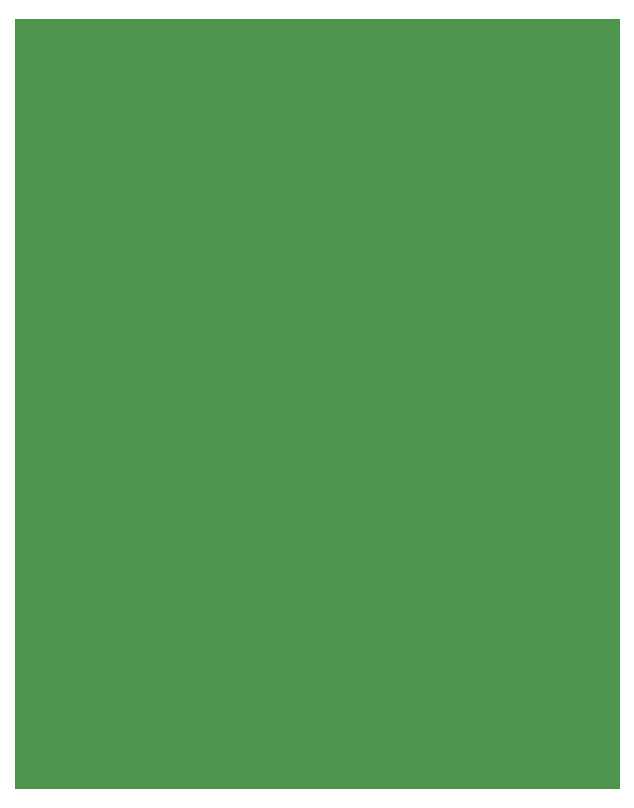
<source format=gbl>
G04 Layer: BottomLayer*
G04 EasyEDA Pro v2.1.30.c6721c40.b3cfa9, 2023-12-21 20:12:35*
G04 Gerber Generator version 0.3*
G04 Scale: 100 percent, Rotated: No, Reflected: No*
G04 Dimensions in millimeters*
G04 Leading zeros omitted, absolute positions, 3 integers and 3 decimals*
%FSLAX33Y33*%
%MOMM*%
%ADD10C,0.254*%
G75*


G04 PolygonModel Start*
G36*
G01X51172Y-32591D02*
G01X51172Y32591D01*
G01X0D01*
G01Y-32591D01*
G01X51172D01*
G37*
G04 PolygonModel End*
G54D10*

M02*

</source>
